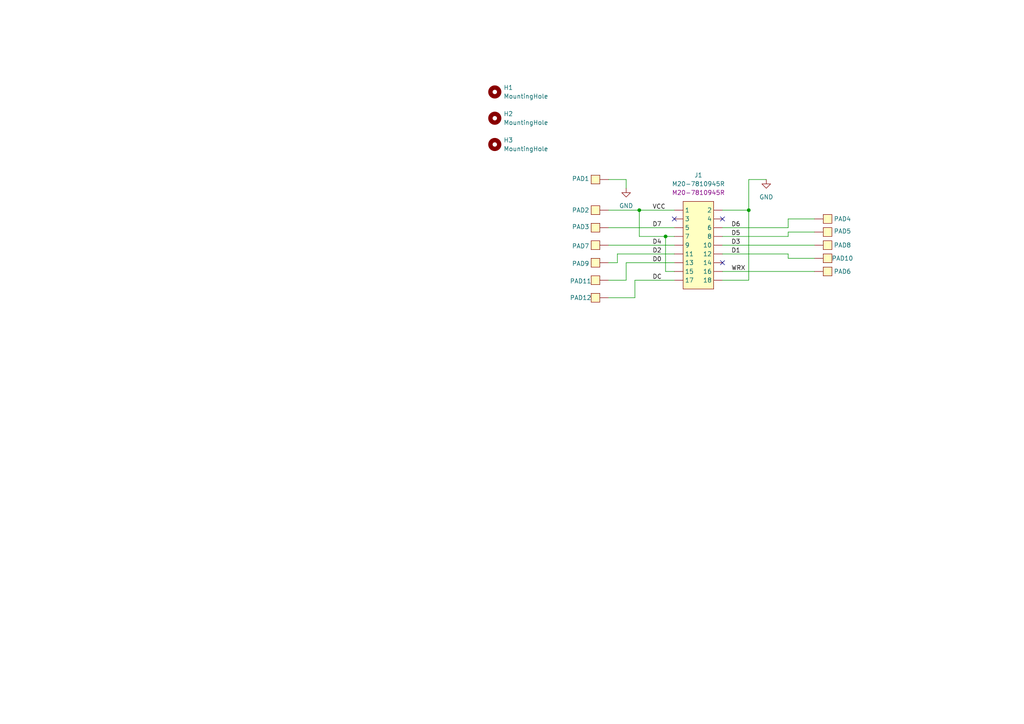
<source format=kicad_sch>
(kicad_sch (version 20231120) (generator "eeschema") (generator_version "8.0")
  (paper "A4")
  (lib_symbols
    (symbol "1_Connectors_SMD:M20-7810945R" (pin_numbers hide) (exclude_from_sim yes)
      (property "Reference" "J" (at 2.794 3.81 0))
      (property "Value" "M20-7810945R" (at 7.62 -24.13 0))
      (property "PartNumber" "M20-7810945R" (at 7.62 -24.13 0))
      (symbol "M20-7810945R_1_1"
        (rectangle (start 2.54 2.54) (end 11.43 -22.86) (fill (type background)))
        (pin input line (at 0 0 0) (length 2.54) (name "1") (number "1"))
        (pin input line (at 13.97 -10.16 180) (length 2.54) (name "10") (number "10"))
        (pin input line (at 0 -12.7 0) (length 2.54) (name "11") (number "11"))
        (pin input line (at 13.97 -12.7 180) (length 2.54) (name "12") (number "12"))
        (pin input line (at 0 -15.24 0) (length 2.54) (name "13") (number "13"))
        (pin input line (at 13.97 -15.24 180) (length 2.54) (name "14") (number "14"))
        (pin input line (at 0 -17.78 0) (length 2.54) (name "15") (number "15"))
        (pin input line (at 13.97 -17.78 180) (length 2.54) (name "16") (number "16"))
        (pin input line (at 0 -20.32 0) (length 2.54) (name "17") (number "17"))
        (pin input line (at 13.97 -20.32 180) (length 2.54) (name "18") (number "18"))
        (pin input line (at 13.97 0 180) (length 2.54) (name "2") (number "2"))
        (pin input line (at 0 -2.54 0) (length 2.54) (name "3") (number "3"))
        (pin input line (at 13.97 -2.54 180) (length 2.54) (name "4") (number "4"))
        (pin input line (at 0 -5.08 0) (length 2.54) (name "5") (number "5"))
        (pin input line (at 13.97 -5.08 180) (length 2.54) (name "6") (number "6"))
        (pin input line (at 0 -7.62 0) (length 2.54) (name "7") (number "7"))
        (pin input line (at 13.97 -7.62 180) (length 2.54) (name "8") (number "8"))
        (pin input line (at 0 -10.16 0) (length 2.54) (name "9") (number "9"))
      )
    )
    (symbol "1_MiscParts:Pad_2x1mm" (pin_numbers hide) (pin_names hide) (in_bom no)
      (property "Reference" "PAD" (at 3.81 0 0))
      (symbol "Pad_2x1mm_1_1"
        (rectangle (start 2.54 -1.27) (end 5.08 -3.81) (fill (type background)))
        (pin passive line (at 0 -2.54 0) (length 2.54) (name "") (number "1"))
      )
    )
    (symbol "Mechanical:MountingHole" (pin_names (offset 1.016)) (exclude_from_sim yes) (in_bom no)
      (property "Reference" "H" (at 0 5.08 0))
      (property "Value" "MountingHole" (at 0 3.175 0))
      (symbol "MountingHole_0_1"
        (circle (center 0 0) (radius 1.27) (stroke (width 1.27)))
      )
    )
    (symbol "power:GND" (power) (pin_numbers hide) (pin_names (offset 0) hide)
      (property "Value" "GND" (at 0 -3.81 0))
      (symbol "GND_0_1"
        (polyline (pts (xy 0 0) (xy 0 -1.27) (xy 1.27 -1.27) (xy 0 -2.54) (xy -1.27 -1.27) (xy 0 -1.27)))
      )
      (symbol "GND_1_1"
        (pin power_in line (at 0 0 270) (length 0) (name "~") (number "1"))
      )
    )
  )
  (junction (at 217.17 60.96))
  (junction (at 185.42 60.96))
  (junction (at 193.04 68.58))
  (no_connect (at 209.55 63.5))
  (no_connect (at 209.55 76.2))
  (no_connect (at 195.58 63.5))
  (wire (pts (xy 228.6 63.5) (xy 236.22 63.5)))
  (wire (pts (xy 228.6 66.04) (xy 209.55 66.04)))
  (wire (pts (xy 193.04 78.74) (xy 193.04 68.58)))
  (wire (pts (xy 228.6 63.5) (xy 228.6 66.04)))
  (wire (pts (xy 195.58 66.04) (xy 176.53 66.04)))
  (wire (pts (xy 176.53 52.07) (xy 181.61 52.07)))
  (wire (pts (xy 228.6 67.31) (xy 228.6 68.58)))
  (wire (pts (xy 185.42 60.96) (xy 185.42 68.58)))
  (wire (pts (xy 193.04 68.58) (xy 185.42 68.58)))
  (wire (pts (xy 228.6 74.93) (xy 228.6 73.66)))
  (wire (pts (xy 195.58 68.58) (xy 193.04 68.58)))
  (wire (pts (xy 209.55 71.12) (xy 236.22 71.12)))
  (wire (pts (xy 236.22 67.31) (xy 228.6 67.31)))
  (wire (pts (xy 228.6 73.66) (xy 209.55 73.66)))
  (wire (pts (xy 217.17 81.28) (xy 217.17 60.96)))
  (wire (pts (xy 209.55 60.96) (xy 217.17 60.96)))
  (wire (pts (xy 176.53 71.12) (xy 195.58 71.12)))
  (wire (pts (xy 217.17 60.96) (xy 217.17 52.07)))
  (wire (pts (xy 184.15 86.36) (xy 176.53 86.36)))
  (wire (pts (xy 217.17 52.07) (xy 222.25 52.07)))
  (wire (pts (xy 176.53 60.96) (xy 185.42 60.96)))
  (wire (pts (xy 176.53 81.28) (xy 181.61 81.28)))
  (wire (pts (xy 184.15 81.28) (xy 184.15 86.36)))
  (wire (pts (xy 181.61 52.07) (xy 181.61 54.61)))
  (wire (pts (xy 179.07 73.66) (xy 195.58 73.66)))
  (wire (pts (xy 184.15 81.28) (xy 195.58 81.28)))
  (wire (pts (xy 195.58 78.74) (xy 193.04 78.74)))
  (wire (pts (xy 209.55 81.28) (xy 217.17 81.28)))
  (wire (pts (xy 181.61 76.2) (xy 195.58 76.2)))
  (wire (pts (xy 185.42 60.96) (xy 195.58 60.96)))
  (wire (pts (xy 179.07 76.2) (xy 179.07 73.66)))
  (wire (pts (xy 236.22 78.74) (xy 209.55 78.74)))
  (wire (pts (xy 181.61 81.28) (xy 181.61 76.2)))
  (wire (pts (xy 176.53 76.2) (xy 179.07 76.2)))
  (wire (pts (xy 228.6 74.93) (xy 236.22 74.93)))
  (wire (pts (xy 228.6 68.58) (xy 209.55 68.58)))
  (label "D1" (at 212.09 73.66 0))
  (label "D7" (at 189.23 66.04 0))
  (label "D3" (at 212.09 71.12 0))
  (label "D6" (at 212.09 66.04 0))
  (label "D5" (at 212.09 68.58 0))
  (label "D4" (at 189.23 71.12 0))
  (label "D0" (at 189.23 76.2 0))
  (label "DC" (at 189.23 81.28 0))
  (label "VCC" (at 189.23 60.96 0))
  (label "D2" (at 189.23 73.66 0))
  (label "WRX" (at 212.09 78.74 0))
  (symbol (lib_id "1_MiscParts:Pad_2x1mm") (at 176.53 83.82 0) (mirror y) (unit 1) (exclude_from_sim yes) (in_bom no)
    (property "Reference" "PAD12" (at 168.402 86.36 0))
    (property "Footprint" "1_MiscParts_footprint:PAD 2x1mm" (effects (hide yes)))
    (property "Description" "pad 2x1 mm" (effects (hide yes)))
  )
  (symbol (lib_id "1_MiscParts:Pad_2x1mm") (at 236.22 66.04 0) (mirror x) (unit 1) (exclude_from_sim yes) (in_bom no)
    (property "Reference" "PAD4" (at 244.348 63.5 0))
    (property "Footprint" "1_MiscParts_footprint:PAD 2x1mm" (effects (hide yes)))
    (property "Description" "pad 2x1 mm" (effects (hide yes)))
  )
  (symbol (lib_id "1_Connectors_SMD:M20-7810945R") (at 195.58 60.96 0) (unit 1) (exclude_from_sim yes)
    (property "Reference" "J1" (at 202.565 50.8 0))
    (property "Value" "M20-7810945R" (at 202.565 53.34 0))
    (property "Footprint" "1_Connectors_SMD:M20-7810945R" (effects (hide yes)))
    (property "Description" "Headers & Wire Housings 9+9 DIL 2.54MM L/P SMT SKT T&R" (effects (hide yes)))
    (property "PartNumber" "M20-7810945R" (at 202.565 55.88 0))
  )
  (symbol (lib_id "Mechanical:MountingHole") (at 143.51 26.67 0) (unit 1) (exclude_from_sim yes) (in_bom no)
    (property "Reference" "H1" (at 146.05 25.3999 0) (effects (justify left)))
    (property "Value" "MountingHole" (at 146.05 27.9399 0) (effects (justify left)))
    (property "Footprint" "MountingHole:MountingHole_2.2mm_M2" (effects (hide yes)))
    (property "Description" "Mounting Hole without connection" (effects (hide yes)))
  )
  (symbol (lib_id "1_MiscParts:Pad_2x1mm") (at 176.53 54.61 180) (unit 1) (in_bom no)
    (property "Reference" "PAD1" (at 168.402 51.816 0))
    (property "Footprint" "1_MiscParts_footprint:PAD 2x1mm" (effects (hide yes)))
    (property "Description" "pad 2x1 mm" (effects (hide yes)))
    (property "Sim.Enable" "0" (effects (hide yes)))
  )
  (symbol (lib_id "1_MiscParts:Pad_2x1mm") (at 236.22 69.85 0) (mirror x) (unit 1) (exclude_from_sim yes) (in_bom no)
    (property "Reference" "PAD5" (at 244.348 67.056 0))
    (property "Footprint" "1_MiscParts_footprint:PAD 2x1mm" (effects (hide yes)))
    (property "Description" "pad 2x1 mm" (effects (hide yes)))
  )
  (symbol (lib_id "1_MiscParts:Pad_2x1mm") (at 236.22 68.58 0) (unit 1) (exclude_from_sim yes) (in_bom no)
    (property "Reference" "PAD8" (at 244.348 71.12 0))
    (property "Footprint" "1_MiscParts_footprint:PAD 2x1mm" (effects (hide yes)))
    (property "Description" "pad 2x1 mm" (effects (hide yes)))
  )
  (symbol (lib_id "1_MiscParts:Pad_2x1mm") (at 236.22 72.39 0) (unit 1) (exclude_from_sim yes) (in_bom no)
    (property "Reference" "PAD10" (at 244.348 74.93 0))
    (property "Footprint" "1_MiscParts_footprint:PAD 2x1mm" (effects (hide yes)))
    (property "Description" "pad 2x1 mm" (effects (hide yes)))
  )
  (symbol (lib_id "Mechanical:MountingHole") (at 143.51 34.29 0) (unit 1) (exclude_from_sim yes) (in_bom no)
    (property "Reference" "H2" (at 146.05 33.0199 0) (effects (justify left)))
    (property "Value" "MountingHole" (at 146.05 35.5599 0) (effects (justify left)))
    (property "Footprint" "MountingHole:MountingHole_2.2mm_M2" (effects (hide yes)))
    (property "Description" "Mounting Hole without connection" (effects (hide yes)))
  )
  (symbol (lib_id "1_MiscParts:Pad_2x1mm") (at 176.53 68.58 0) (mirror y) (unit 1) (exclude_from_sim yes) (in_bom no)
    (property "Reference" "PAD7" (at 168.402 71.374 0))
    (property "Footprint" "1_MiscParts_footprint:PAD 2x1mm" (effects (hide yes)))
    (property "Description" "pad 2x1 mm" (effects (hide yes)))
  )
  (symbol (lib_id "power:GND") (at 222.25 52.07 0) (unit 1)
    (property "Reference" "#PWR01" (effects (hide yes)))
    (property "Value" "GND" (at 222.25 57.15 0))
    (property "Description" "Power symbol creates a global label with name \"GND\" , ground" (effects (hide yes)))
  )
  (symbol (lib_id "1_MiscParts:Pad_2x1mm") (at 176.53 78.74 0) (mirror y) (unit 1) (exclude_from_sim yes) (in_bom no)
    (property "Reference" "PAD11" (at 168.402 81.534 0))
    (property "Footprint" "1_MiscParts_footprint:PAD 2x1mm" (effects (hide yes)))
    (property "Description" "pad 2x1 mm" (effects (hide yes)))
  )
  (symbol (lib_id "1_MiscParts:Pad_2x1mm") (at 176.53 68.58 180) (unit 1) (exclude_from_sim yes) (in_bom no)
    (property "Reference" "PAD3" (at 168.402 65.786 0))
    (property "Footprint" "1_MiscParts_footprint:PAD 2x1mm" (effects (hide yes)))
    (property "Description" "pad 2x1 mm" (effects (hide yes)))
  )
  (symbol (lib_id "1_MiscParts:Pad_2x1mm") (at 176.53 63.5 180) (unit 1) (exclude_from_sim yes) (in_bom no)
    (property "Reference" "PAD2" (at 168.402 60.96 0))
    (property "Footprint" "1_MiscParts_footprint:PAD 2x1mm" (effects (hide yes)))
    (property "Description" "pad 2x1 mm" (effects (hide yes)))
  )
  (symbol (lib_id "1_MiscParts:Pad_2x1mm") (at 236.22 81.28 0) (mirror x) (unit 1) (exclude_from_sim yes) (in_bom no)
    (property "Reference" "PAD6" (at 244.348 78.74 0))
    (property "Footprint" "1_MiscParts_footprint:PAD 2x1mm" (effects (hide yes)))
    (property "Description" "pad 2x1 mm" (effects (hide yes)))
  )
  (symbol (lib_id "1_MiscParts:Pad_2x1mm") (at 176.53 73.66 0) (mirror y) (unit 1) (exclude_from_sim yes) (in_bom no)
    (property "Reference" "PAD9" (at 168.402 76.454 0))
    (property "Footprint" "1_MiscParts_footprint:PAD 2x1mm" (effects (hide yes)))
    (property "Description" "pad 2x1 mm" (effects (hide yes)))
  )
  (symbol (lib_id "power:GND") (at 181.61 54.61 0) (unit 1)
    (property "Reference" "#PWR02" (effects (hide yes)))
    (property "Value" "GND" (at 181.61 59.69 0))
    (property "Description" "Power symbol creates a global label with name \"GND\" , ground" (effects (hide yes)))
  )
  (symbol (lib_id "Mechanical:MountingHole") (at 143.51 41.91 0) (unit 1) (exclude_from_sim yes) (in_bom no)
    (property "Reference" "H3" (at 146.05 40.6399 0) (effects (justify left)))
    (property "Value" "MountingHole" (at 146.05 43.1799 0) (effects (justify left)))
    (property "Footprint" "1_Holes:12mm_Hole_NoPad_1" (effects (hide yes)))
    (property "Description" "Mounting Hole without connection" (effects (hide yes)))
  )
)
</source>
